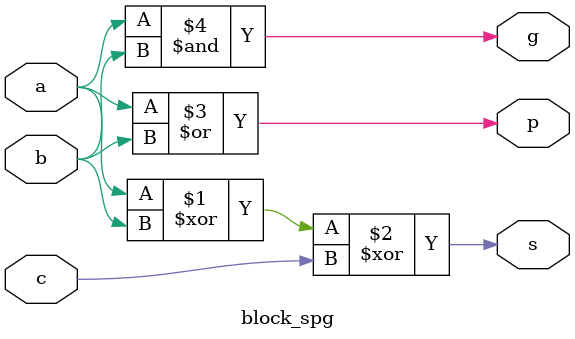
<source format=v>
`timescale 1ns / 1ps
module block_spg(
	input a,
	input b,
	input c,
	output p,
	output g,
	output s
    );

assign s = a^b^c;
assign p = a | b;
assign g = a & b;

endmodule

</source>
